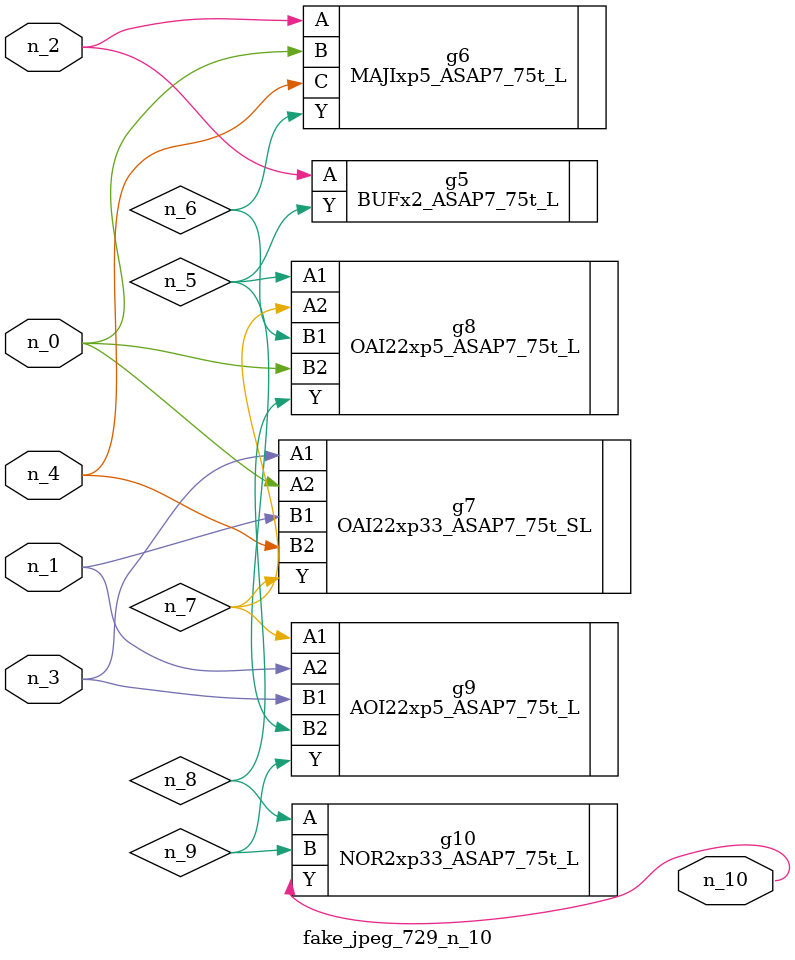
<source format=v>
module fake_jpeg_729_n_10 (n_3, n_2, n_1, n_0, n_4, n_10);

input n_3;
input n_2;
input n_1;
input n_0;
input n_4;

output n_10;

wire n_8;
wire n_9;
wire n_6;
wire n_5;
wire n_7;

BUFx2_ASAP7_75t_L g5 ( 
.A(n_2),
.Y(n_5)
);

MAJIxp5_ASAP7_75t_L g6 ( 
.A(n_2),
.B(n_0),
.C(n_4),
.Y(n_6)
);

OAI22xp33_ASAP7_75t_SL g7 ( 
.A1(n_3),
.A2(n_0),
.B1(n_1),
.B2(n_4),
.Y(n_7)
);

OAI22xp5_ASAP7_75t_L g8 ( 
.A1(n_5),
.A2(n_7),
.B1(n_6),
.B2(n_0),
.Y(n_8)
);

NOR2xp33_ASAP7_75t_L g10 ( 
.A(n_8),
.B(n_9),
.Y(n_10)
);

AOI22xp5_ASAP7_75t_L g9 ( 
.A1(n_7),
.A2(n_1),
.B1(n_3),
.B2(n_5),
.Y(n_9)
);


endmodule
</source>
